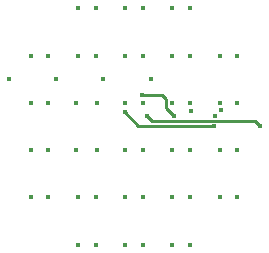
<source format=gbr>
G04 #@! TF.GenerationSoftware,KiCad,Pcbnew,(5.1.6)-1*
G04 #@! TF.CreationDate,2020-08-30T18:04:45+02:00*
G04 #@! TF.ProjectId,Freude_Touchpad,46726575-6465-45f5-946f-756368706164,rev?*
G04 #@! TF.SameCoordinates,Original*
G04 #@! TF.FileFunction,Copper,L3,Inr*
G04 #@! TF.FilePolarity,Positive*
%FSLAX46Y46*%
G04 Gerber Fmt 4.6, Leading zero omitted, Abs format (unit mm)*
G04 Created by KiCad (PCBNEW (5.1.6)-1) date 2020-08-30 18:04:45*
%MOMM*%
%LPD*%
G01*
G04 APERTURE LIST*
G04 #@! TA.AperFunction,ViaPad*
%ADD10C,0.400000*%
G04 #@! TD*
G04 #@! TA.AperFunction,Conductor*
%ADD11C,0.250000*%
G04 #@! TD*
G04 APERTURE END LIST*
D10*
X95250000Y-90000000D03*
X96750000Y-90000000D03*
X99250000Y-90000000D03*
X100750000Y-90000000D03*
X103250000Y-90000000D03*
X104750000Y-90000000D03*
X108750000Y-94000000D03*
X107250000Y-94000000D03*
X104750000Y-94000000D03*
X103250000Y-94000000D03*
X100750000Y-94000000D03*
X99250000Y-94000000D03*
X96750000Y-94000000D03*
X95250000Y-94000000D03*
X92750000Y-94000000D03*
X91250000Y-94000000D03*
X91250000Y-98000000D03*
X92750000Y-98000000D03*
X95125000Y-98000000D03*
X96850000Y-98000000D03*
X99250000Y-98000000D03*
X100750000Y-98000000D03*
X103250000Y-98000000D03*
X104750000Y-98000000D03*
X107250000Y-98000000D03*
X108750000Y-98000000D03*
X108750000Y-102000000D03*
X107250000Y-102000000D03*
X104750000Y-102000000D03*
X103250000Y-102000000D03*
X100750000Y-102000000D03*
X99250000Y-102000000D03*
X96850000Y-102000000D03*
X95125000Y-102000000D03*
X92750000Y-102000000D03*
X91250000Y-102000000D03*
X104804948Y-98700000D03*
X91250000Y-106000000D03*
X92750000Y-106000000D03*
X95250000Y-106000000D03*
X96750000Y-106000000D03*
X99250000Y-106000000D03*
X100750000Y-106000000D03*
X103250000Y-106000000D03*
X104750000Y-106000000D03*
X107250000Y-106000000D03*
X108750000Y-106000000D03*
X107400000Y-98600000D03*
X104750000Y-110000000D03*
X103250000Y-110000000D03*
X100750000Y-110000000D03*
X99250000Y-110000000D03*
X96750000Y-110000000D03*
X95250000Y-110000000D03*
X106900000Y-99100000D03*
X89400000Y-96000000D03*
X93374996Y-96000000D03*
X97349988Y-96000012D03*
X101400000Y-96000000D03*
X100649397Y-97350603D03*
X103400000Y-99100000D03*
X99200000Y-98800000D03*
X106810466Y-99981708D03*
X110700000Y-100000000D03*
X101100000Y-99100000D03*
D11*
X100649397Y-97350603D02*
X102350603Y-97350603D01*
X102350603Y-97350603D02*
X102700000Y-97700000D01*
X102700000Y-97700000D02*
X102700000Y-98400000D01*
X102700000Y-98400000D02*
X103400000Y-99100000D01*
X99200000Y-98800000D02*
X99200000Y-98800000D01*
X99200000Y-98800000D02*
X100381708Y-99981708D01*
X100381708Y-99981708D02*
X106810466Y-99981708D01*
X110700000Y-100000000D02*
X110256706Y-99556706D01*
X101556706Y-99556706D02*
X101100000Y-99100000D01*
X110256706Y-99556706D02*
X101556706Y-99556706D01*
M02*

</source>
